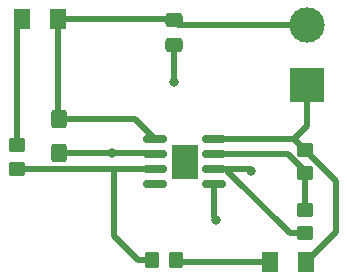
<source format=gbr>
%TF.GenerationSoftware,KiCad,Pcbnew,(6.0.10)*%
%TF.CreationDate,2023-02-16T14:18:23-08:00*%
%TF.ProjectId,Exercise2,45786572-6369-4736-9532-2e6b69636164,rev?*%
%TF.SameCoordinates,Original*%
%TF.FileFunction,Copper,L1,Top*%
%TF.FilePolarity,Positive*%
%FSLAX46Y46*%
G04 Gerber Fmt 4.6, Leading zero omitted, Abs format (unit mm)*
G04 Created by KiCad (PCBNEW (6.0.10)) date 2023-02-16 14:18:23*
%MOMM*%
%LPD*%
G01*
G04 APERTURE LIST*
G04 Aperture macros list*
%AMRoundRect*
0 Rectangle with rounded corners*
0 $1 Rounding radius*
0 $2 $3 $4 $5 $6 $7 $8 $9 X,Y pos of 4 corners*
0 Add a 4 corners polygon primitive as box body*
4,1,4,$2,$3,$4,$5,$6,$7,$8,$9,$2,$3,0*
0 Add four circle primitives for the rounded corners*
1,1,$1+$1,$2,$3*
1,1,$1+$1,$4,$5*
1,1,$1+$1,$6,$7*
1,1,$1+$1,$8,$9*
0 Add four rect primitives between the rounded corners*
20,1,$1+$1,$2,$3,$4,$5,0*
20,1,$1+$1,$4,$5,$6,$7,0*
20,1,$1+$1,$6,$7,$8,$9,0*
20,1,$1+$1,$8,$9,$2,$3,0*%
G04 Aperture macros list end*
%TA.AperFunction,SMDPad,CuDef*%
%ADD10RoundRect,0.250000X0.450000X-0.350000X0.450000X0.350000X-0.450000X0.350000X-0.450000X-0.350000X0*%
%TD*%
%TA.AperFunction,SMDPad,CuDef*%
%ADD11RoundRect,0.250000X0.475000X-0.337500X0.475000X0.337500X-0.475000X0.337500X-0.475000X-0.337500X0*%
%TD*%
%TA.AperFunction,SMDPad,CuDef*%
%ADD12RoundRect,0.250000X-0.450000X0.350000X-0.450000X-0.350000X0.450000X-0.350000X0.450000X0.350000X0*%
%TD*%
%TA.AperFunction,SMDPad,CuDef*%
%ADD13RoundRect,0.150000X-0.825000X-0.150000X0.825000X-0.150000X0.825000X0.150000X-0.825000X0.150000X0*%
%TD*%
%TA.AperFunction,SMDPad,CuDef*%
%ADD14R,2.290000X3.000000*%
%TD*%
%TA.AperFunction,SMDPad,CuDef*%
%ADD15RoundRect,0.250001X-0.462499X-0.624999X0.462499X-0.624999X0.462499X0.624999X-0.462499X0.624999X0*%
%TD*%
%TA.AperFunction,SMDPad,CuDef*%
%ADD16RoundRect,0.250001X0.462499X0.624999X-0.462499X0.624999X-0.462499X-0.624999X0.462499X-0.624999X0*%
%TD*%
%TA.AperFunction,SMDPad,CuDef*%
%ADD17RoundRect,0.250000X0.350000X0.450000X-0.350000X0.450000X-0.350000X-0.450000X0.350000X-0.450000X0*%
%TD*%
%TA.AperFunction,ComponentPad*%
%ADD18R,3.000000X3.000000*%
%TD*%
%TA.AperFunction,ComponentPad*%
%ADD19C,3.000000*%
%TD*%
%TA.AperFunction,SMDPad,CuDef*%
%ADD20RoundRect,0.250000X0.425000X-0.537500X0.425000X0.537500X-0.425000X0.537500X-0.425000X-0.537500X0*%
%TD*%
%TA.AperFunction,ViaPad*%
%ADD21C,0.800000*%
%TD*%
%TA.AperFunction,Conductor*%
%ADD22C,0.508000*%
%TD*%
G04 APERTURE END LIST*
D10*
%TO.P,R4,1*%
%TO.N,/pin_3*%
X94990000Y-94610000D03*
%TO.P,R4,2*%
%TO.N,Net-(D2-Pad2)*%
X94990000Y-92610000D03*
%TD*%
D11*
%TO.P,C2,1*%
%TO.N,Net-(C2-Pad1)*%
X108320000Y-84077500D03*
%TO.P,C2,2*%
%TO.N,GND*%
X108320000Y-82002500D03*
%TD*%
D12*
%TO.P,R1,1*%
%TO.N,+9V*%
X119380000Y-92980000D03*
%TO.P,R1,2*%
%TO.N,Net-(R1-Pad2)*%
X119380000Y-94980000D03*
%TD*%
D13*
%TO.P,U1,1,GND*%
%TO.N,GND*%
X106745000Y-92075000D03*
%TO.P,U1,2,TR*%
%TO.N,/pin_2*%
X106745000Y-93345000D03*
%TO.P,U1,3,Q*%
%TO.N,/pin_3*%
X106745000Y-94615000D03*
%TO.P,U1,4,R*%
%TO.N,/9V*%
X106745000Y-95885000D03*
%TO.P,U1,5,CV*%
%TO.N,Net-(C2-Pad1)*%
X111695000Y-95885000D03*
%TO.P,U1,6,THR*%
%TO.N,/pin_2*%
X111695000Y-94615000D03*
%TO.P,U1,7,DIS*%
%TO.N,Net-(R1-Pad2)*%
X111695000Y-93345000D03*
%TO.P,U1,8,VCC*%
%TO.N,+9V*%
X111695000Y-92075000D03*
D14*
%TO.P,U1,9*%
%TO.N,N/C*%
X109220000Y-93980000D03*
%TD*%
D15*
%TO.P,D1,1,K*%
%TO.N,Net-(D1-Pad1)*%
X116482500Y-102480000D03*
%TO.P,D1,2,A*%
%TO.N,+9V*%
X119457500Y-102480000D03*
%TD*%
D16*
%TO.P,D2,1,K*%
%TO.N,GND*%
X98465000Y-81880000D03*
%TO.P,D2,2,A*%
%TO.N,Net-(D2-Pad2)*%
X95490000Y-81880000D03*
%TD*%
D17*
%TO.P,R3,1*%
%TO.N,Net-(D1-Pad1)*%
X108450000Y-102320000D03*
%TO.P,R3,2*%
%TO.N,/pin_3*%
X106450000Y-102320000D03*
%TD*%
D12*
%TO.P,R2,1*%
%TO.N,Net-(R1-Pad2)*%
X119380000Y-98060000D03*
%TO.P,R2,2*%
%TO.N,/pin_2*%
X119380000Y-100060000D03*
%TD*%
D18*
%TO.P,J1,1,Pin_1*%
%TO.N,+9V*%
X119570000Y-87460000D03*
D19*
%TO.P,J1,2,Pin_2*%
%TO.N,GND*%
X119570000Y-82380000D03*
%TD*%
D20*
%TO.P,C1,1*%
%TO.N,/pin_2*%
X98600000Y-93217500D03*
%TO.P,C1,2*%
%TO.N,GND*%
X98600000Y-90342500D03*
%TD*%
D21*
%TO.N,/pin_2*%
X114880000Y-94750000D03*
X103042500Y-93217500D03*
%TO.N,Net-(C2-Pad1)*%
X111870000Y-98880000D03*
X108350000Y-87240000D03*
%TD*%
D22*
%TO.N,/pin_2*%
X119380000Y-100060000D02*
X118150000Y-100060000D01*
X118150000Y-100060000D02*
X112830000Y-94740000D01*
X98600000Y-93217500D02*
X103042500Y-93217500D01*
X111695000Y-94615000D02*
X114745000Y-94615000D01*
X103042500Y-93217500D02*
X106617500Y-93217500D01*
X114745000Y-94615000D02*
X114880000Y-94750000D01*
X106617500Y-93217500D02*
X106745000Y-93345000D01*
%TO.N,GND*%
X108197500Y-81880000D02*
X108320000Y-82002500D01*
X98600000Y-90342500D02*
X105012500Y-90342500D01*
X108697500Y-82380000D02*
X108320000Y-82002500D01*
X98465000Y-81880000D02*
X98465000Y-90207500D01*
X98465000Y-90207500D02*
X98600000Y-90342500D01*
X119570000Y-82380000D02*
X108697500Y-82380000D01*
X105012500Y-90342500D02*
X106745000Y-92075000D01*
X98465000Y-81880000D02*
X108197500Y-81880000D01*
%TO.N,Net-(C2-Pad1)*%
X108320000Y-87210000D02*
X108320000Y-84077500D01*
X111695000Y-98705000D02*
X111870000Y-98880000D01*
X111695000Y-95885000D02*
X111695000Y-98705000D01*
X108350000Y-87240000D02*
X108320000Y-87210000D01*
%TO.N,Net-(D1-Pad1)*%
X108610000Y-102480000D02*
X108450000Y-102320000D01*
X116482500Y-102480000D02*
X108610000Y-102480000D01*
%TO.N,+9V*%
X119570000Y-90980000D02*
X118475000Y-92075000D01*
X118475000Y-92075000D02*
X111695000Y-92075000D01*
X122010000Y-95610000D02*
X119380000Y-92980000D01*
X119457500Y-102480000D02*
X122010000Y-99927500D01*
X119570000Y-87460000D02*
X119570000Y-90980000D01*
X119380000Y-92980000D02*
X118475000Y-92075000D01*
X122010000Y-99927500D02*
X122010000Y-95610000D01*
%TO.N,Net-(D2-Pad2)*%
X94990000Y-82380000D02*
X95490000Y-81880000D01*
X94990000Y-92610000D02*
X94990000Y-82380000D01*
%TO.N,Net-(R1-Pad2)*%
X111695000Y-93345000D02*
X117949394Y-93345000D01*
X119380000Y-98060000D02*
X119380000Y-94980000D01*
X117949394Y-93345000D02*
X119380000Y-94775606D01*
X119380000Y-94775606D02*
X119380000Y-94980000D01*
%TO.N,/pin_3*%
X94990000Y-94610000D02*
X103210000Y-94610000D01*
X103210000Y-94610000D02*
X106740000Y-94610000D01*
X103210000Y-100260000D02*
X103210000Y-94610000D01*
X105270000Y-102320000D02*
X103210000Y-100260000D01*
X106450000Y-102320000D02*
X105270000Y-102320000D01*
X106740000Y-94610000D02*
X106745000Y-94615000D01*
%TD*%
M02*

</source>
